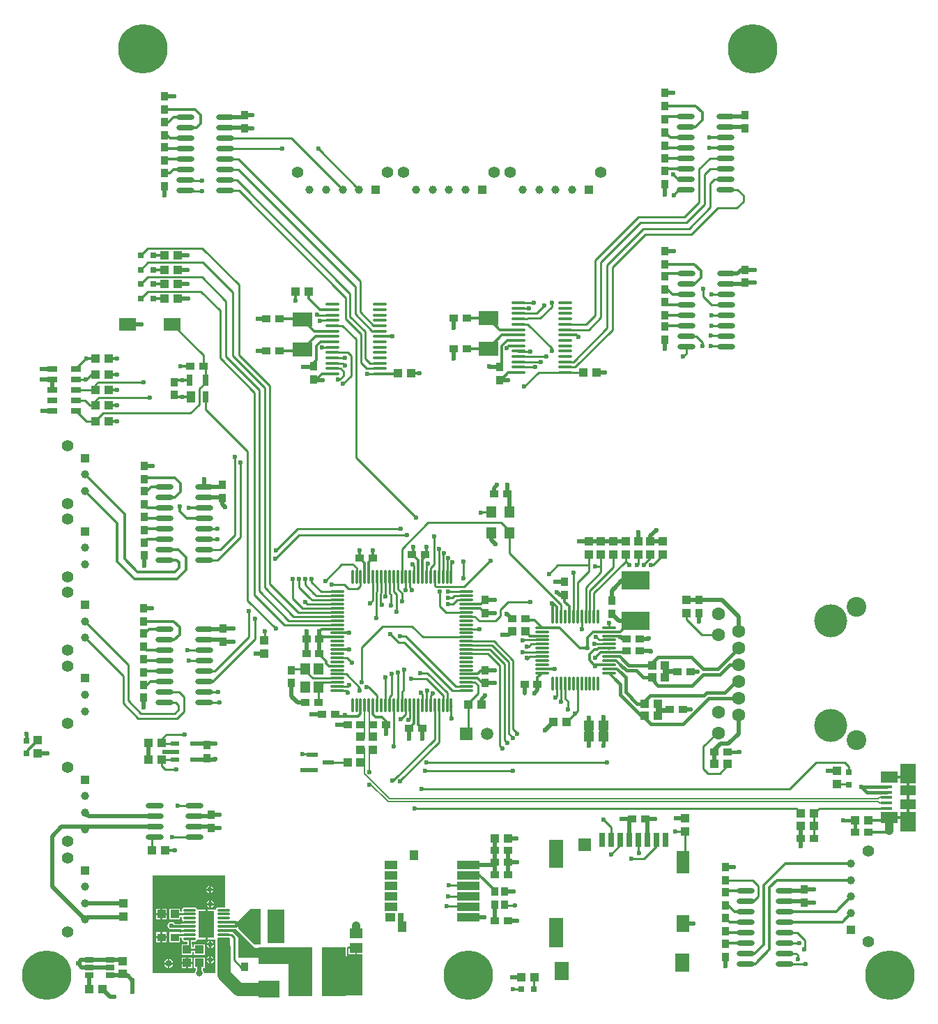
<source format=gtl>
%FSDAX25Y25*%
%MOIN*%
%SFA1B1*%

%IPPOS*%
%ADD10O,0.066930X0.013780*%
%ADD11O,0.086610X0.023620*%
%ADD12R,0.039370X0.039370*%
%ADD13R,0.039370X0.039370*%
%ADD14R,0.031500X0.031500*%
%ADD15R,0.039370X0.037400*%
%ADD16R,0.031500X0.031500*%
%ADD17R,0.043310X0.027560*%
%ADD18R,0.078740X0.062990*%
%ADD19R,0.037400X0.039370*%
%ADD20R,0.043310X0.023620*%
%ADD21R,0.137800X0.090550*%
%ADD22R,0.047240X0.055120*%
%ADD23R,0.055120X0.023620*%
%ADD24R,0.045280X0.055120*%
%ADD25R,0.094490X0.066930*%
%ADD26R,0.047240X0.047240*%
%ADD27R,0.066930X0.086610*%
%ADD28R,0.061020X0.082680*%
%ADD29R,0.061020X0.110240*%
%ADD30R,0.031500X0.070870*%
%ADD31R,0.062990X0.061020*%
%ADD32R,0.066930X0.133860*%
%ADD33R,0.066930X0.141730*%
%ADD34R,0.047240X0.027560*%
%ADD35O,0.011810X0.070870*%
%ADD36O,0.070870X0.011810*%
%ADD37R,0.074800X0.093500*%
%ADD38R,0.074800X0.046260*%
%ADD39R,0.082680X0.058070*%
%ADD40R,0.054330X0.017720*%
%ADD41R,0.041340X0.053150*%
%ADD42R,0.025590X0.053150*%
%ADD43R,0.078740X0.031500*%
%ADD44R,0.059060X0.049210*%
%ADD45R,0.098430X0.078740*%
%ADD46R,0.116140X0.232280*%
%ADD47R,0.074800X0.129920*%
%ADD48O,0.062990X0.011810*%
%ADD49R,0.110240X0.039370*%
%ADD50R,0.039370X0.051180*%
%ADD51R,0.051180X0.039370*%
%ADD52R,0.059060X0.039370*%
%ADD53R,0.035430X0.039370*%
%ADD54C,0.009840*%
%ADD55C,0.019690*%
%ADD56C,0.039370*%
%ADD57C,0.011810*%
%ADD58C,0.062990*%
%ADD59C,0.005910*%
%ADD60C,0.023620*%
%ADD61C,0.015750*%
%ADD62R,0.194880X0.188970*%
%ADD63R,0.078740X0.161420*%
%ADD64R,0.040350X0.031500*%
%ADD65R,0.108270X0.051180*%
%ADD66R,0.062990X0.051180*%
%ADD67R,0.185040X0.078740*%
%ADD68C,0.236220*%
%ADD69C,0.062990*%
%ADD70C,0.157480*%
%ADD71C,0.094490*%
%ADD72C,0.055120*%
%ADD73C,0.039370*%
%ADD74R,0.059060X0.059060*%
%ADD75C,0.059060*%
%ADD76C,0.023620*%
%ADD77C,0.031500*%
%LNmcb2-1*%
%LPD*%
G36*
X0284055Y0139075D02*
X0285236D01*
Y0133957*
X0281299*
Y0143012*
X0284055*
Y0139075*
G37*
G36*
X0198425Y0145594D02*
X0195177D01*
X0194716Y0145502*
X0194326Y0145241*
X0194065Y0144851*
X0194012Y0144585*
X0193996Y0144587*
X0190157*
Y0137499*
Y0130413*
X0193947*
Y0125787*
X0193964Y0125748*
Y0114370*
X0188389*
X0188260Y0115018*
X0187826Y0115668*
Y0116634*
X0188779*
Y0121752*
X0183661*
Y0116634*
X0184615*
Y0115668*
X0184181Y0115018*
X0184052Y0114370*
X0163779*
Y0160827*
X0198425*
Y0145594*
G37*
G36*
X0215453Y0128051D02*
X0212303D01*
X0204823Y0135433*
Y0139173*
X0210630Y0144980*
X0215453*
Y0128051*
G37*
G36*
X0261221Y0126324D02*
X0261713D01*
Y0123272*
X0264142*
X0264172Y0113838*
X0263819Y0113484*
X0263167*
X0262979Y0113766*
X0262262Y0114244*
X0261910Y0114315*
Y0112204*
X0260925*
Y0114315*
X0260573Y0114244*
X0259856Y0113766*
X0259668Y0113484*
X0256890*
Y0114469*
X0250491*
Y0115453*
X0256890*
Y0126225*
X0257158Y0126772*
X0257677*
Y0126815*
X0261221*
Y0126324*
G37*
G36*
X0212598Y0126575D02*
Y0121457D01*
X0204823*
Y0131201*
X0202067Y0133957*
X0195374*
Y0135138*
X0204035*
X0212598Y0126575*
G37*
%LNmcb2-2*%
%LPC*%
G36*
X0261910Y0121008D02*
Y0119390D01*
X0263527*
X0263457Y0119743*
X0262979Y0120459*
X0262262Y0120937*
X0261910Y0121008*
G37*
G36*
X0179823Y0121752D02*
X0177756D01*
Y0119685*
X0179823*
Y0121752*
G37*
G36*
X0172047Y0120952D02*
Y0119334D01*
X0173665*
X0173595Y0119687*
X0173116Y0120403*
X0172400Y0120882*
X0172047Y0120952*
G37*
G36*
X0260925Y0121008D02*
X0260573Y0120937D01*
X0259856Y0120459*
X0259378Y0119743*
X0259308Y0119390*
X0260925*
Y0121008*
G37*
G36*
X0182874Y0121752D02*
X0180807D01*
Y0119685*
X0182874*
Y0121752*
G37*
G36*
X0190847Y0155842D02*
X0190647Y0155803D01*
X0190061Y0155411*
X0189670Y0154825*
X0189630Y0154626*
X0190847*
Y0155842*
G37*
G36*
X0260728Y0125831D02*
X0257677D01*
Y0123272*
X0260728*
Y0125831*
G37*
G36*
X0190945Y0122378D02*
X0190746Y0122338D01*
X0190160Y0121947*
X0189768Y0121361*
X0189728Y0121161*
X0190945*
Y0122378*
G37*
G36*
X0191929D02*
Y0121161D01*
X0193146*
X0193106Y0121361*
X0192714Y0121947*
X0192128Y0122338*
X0191929Y0122378*
G37*
G36*
X0171063Y0120952D02*
X0170710Y0120882D01*
X0169994Y0120403*
X0169516Y0119687*
X0169445Y0119334*
X0171063*
Y0120952*
G37*
G36*
X0182874Y0118701D02*
X0180807D01*
Y0116634*
X0182874*
Y0118701*
G37*
G36*
X0171063Y0118350D02*
X0169445D01*
X0169516Y0117997*
X0169994Y0117281*
X0170710Y0116803*
X0171063Y0116732*
Y0118350*
G37*
G36*
X0191831Y0155842D02*
Y0154626D01*
X0193047*
X0193008Y0154825*
X0192616Y0155411*
X0192030Y0155803*
X0191831Y0155842*
G37*
G36*
X0179823Y0118701D02*
X0177756D01*
Y0116634*
X0179823*
Y0118701*
G37*
G36*
X0173665Y0118350D02*
X0172047D01*
Y0116732*
X0172400Y0116803*
X0173116Y0117281*
X0173595Y0117997*
X0173665Y0118350*
G37*
G36*
X0190945Y0120177D02*
X0189728D01*
X0189768Y0119978*
X0190160Y0119392*
X0190746Y0119000*
X0190945Y0118961*
Y0120177*
G37*
G36*
X0193146D02*
X0191929D01*
Y0118961*
X0192128Y0119000*
X0192714Y0119392*
X0193106Y0119978*
X0193146Y0120177*
G37*
G36*
X0260925Y0118405D02*
X0259308D01*
X0259378Y0118053*
X0259856Y0117336*
X0260573Y0116858*
X0260925Y0116788*
Y0118405*
G37*
G36*
X0263527D02*
X0261910D01*
Y0116788*
X0262262Y0116858*
X0262979Y0117336*
X0263457Y0118053*
X0263527Y0118405*
G37*
G36*
X0167618Y0145079D02*
X0165551D01*
Y0143012*
X0167618*
Y0145079*
G37*
G36*
X0170669D02*
X0168602D01*
Y0143012*
X0170669*
Y0145079*
G37*
G36*
X0167618Y0142028D02*
X0165551D01*
Y0139961*
X0167618*
Y0142028*
G37*
G36*
X0170669D02*
X0168602D01*
Y0139961*
X0170669*
Y0142028*
G37*
G36*
X0184154Y0145594D02*
X0179035D01*
X0178575Y0145502*
X0178184Y0145241*
X0177923Y0144851*
X0177831Y0144390*
X0177923Y0143929*
X0177409Y0143586*
X0176969Y0143822*
Y0145079*
X0171850*
Y0139961*
X0176969*
Y0141021*
X0177409Y0141257*
X0177923Y0140914*
X0177831Y0140453*
X0177923Y0139992*
X0178184Y0139601*
Y0139336*
X0177944Y0138976*
X0181596*
Y0137992*
X0177944*
X0177923Y0138023*
X0177906Y0138106*
X0177589Y0137720*
X0174424*
X0174112Y0138187*
X0173526Y0138578*
X0172835Y0138716*
X0172143Y0138578*
X0171557Y0138187*
X0171166Y0137601*
X0171028Y0136909*
X0171166Y0136218*
X0171557Y0135632*
X0172143Y0135241*
X0172835Y0135103*
X0173526Y0135241*
X0173632Y0135312*
X0177589*
X0177906Y0134925*
X0177923Y0135008*
X0177944Y0135039*
X0181596*
Y0134055*
X0177944*
X0177923Y0134086*
X0177319Y0133683*
X0176969*
Y0133760*
X0171850*
Y0128839*
X0176969*
Y0131178*
X0177409Y0131414*
X0177923Y0131071*
X0177831Y0130610*
X0177923Y0130149*
X0178184Y0129759*
X0178575Y0129498*
X0179035Y0129406*
X0180491*
Y0128051*
X0177756*
Y0122933*
X0182874*
Y0124388*
X0183661*
Y0122933*
X0188779*
Y0128051*
X0183661*
Y0126596*
X0182874*
Y0128051*
X0182699*
Y0129406*
X0184154*
X0184615Y0129498*
X0185005Y0129759*
X0185266Y0130149*
X0185319Y0130415*
X0185335Y0130413*
X0189173*
Y0137499*
Y0144587*
X0185335*
X0185319Y0144585*
X0185266Y0144851*
X0185005Y0145241*
X0184615Y0145502*
X0184154Y0145594*
G37*
G36*
X0193146Y0146653D02*
X0191929D01*
Y0145437*
X0192128Y0145477*
X0192714Y0145868*
X0193106Y0146454*
X0193146Y0146653*
G37*
G36*
X0190945Y0148854D02*
X0190746Y0148814D01*
X0190160Y0148423*
X0189768Y0147837*
X0189728Y0147638*
X0190945*
Y0148854*
G37*
G36*
X0191929D02*
Y0147638D01*
X0193146*
X0193106Y0147837*
X0192714Y0148423*
X0192128Y0148814*
X0191929Y0148854*
G37*
G36*
X0190945Y0146653D02*
X0189728D01*
X0189768Y0146454*
X0190160Y0145868*
X0190746Y0145477*
X0190945Y0145437*
Y0146653*
G37*
G36*
X0190847Y0153642D02*
X0189630D01*
X0189670Y0153443*
X0190061Y0152857*
X0190647Y0152465*
X0190847Y0152425*
Y0153642*
G37*
G36*
X0193047D02*
X0191831D01*
Y0152425*
X0192030Y0152465*
X0192616Y0152857*
X0193008Y0153443*
X0193047Y0153642*
G37*
G36*
X0190945Y0129661D02*
X0190746Y0129622D01*
X0190160Y0129230*
X0189768Y0128644*
X0189728Y0128445*
X0190945*
Y0129661*
G37*
G36*
Y0127461D02*
X0189728D01*
X0189768Y0127261*
X0190160Y0126675*
X0190746Y0126284*
X0190945Y0126244*
Y0127461*
G37*
G36*
X0193146D02*
X0191929D01*
Y0126244*
X0192128Y0126284*
X0192714Y0126675*
X0193106Y0127261*
X0193146Y0127461*
G37*
G36*
X0191929Y0129661D02*
Y0128445D01*
X0193146*
X0193106Y0128644*
X0192714Y0129230*
X0192128Y0129622*
X0191929Y0129661*
G37*
G36*
X0167618Y0133760D02*
X0165551D01*
Y0131791*
X0167618*
Y0133760*
G37*
G36*
X0170669D02*
X0168602D01*
Y0131791*
X0170669*
Y0133760*
G37*
G36*
X0167618Y0130807D02*
X0165551D01*
Y0128839*
X0167618*
Y0130807*
G37*
G36*
X0170669D02*
X0168602D01*
Y0128839*
X0170669*
Y0130807*
G37*
%LNmcb2-3*%
%LPD*%
G54D10*
X0338779Y0434547D03*
Y0431988D03*
Y0429429D03*
Y0426870D03*
Y0424311D03*
Y0421752D03*
Y0419193D03*
Y0416634D03*
Y0414075D03*
Y0411516D03*
Y0408957D03*
Y0406398D03*
Y0403839D03*
Y0401280D03*
X0361220Y0434547D03*
Y0431988D03*
Y0429429D03*
Y0426870D03*
Y0424311D03*
Y0421752D03*
Y0419193D03*
Y0416634D03*
Y0414075D03*
Y0411516D03*
Y0408957D03*
Y0406398D03*
Y0403839D03*
Y0401280D03*
X0250000Y0433858D03*
Y0431299D03*
Y0428740D03*
Y0426181D03*
Y0423622D03*
Y0421063D03*
Y0418504D03*
Y0415945D03*
Y0413386D03*
Y0410827D03*
Y0408268D03*
Y0405709D03*
Y0403150D03*
Y0400591D03*
X0272441Y0433858D03*
Y0431299D03*
Y0428740D03*
Y0426181D03*
Y0423622D03*
Y0421063D03*
Y0418504D03*
Y0415945D03*
Y0413386D03*
Y0410827D03*
Y0408268D03*
Y0405709D03*
Y0403150D03*
Y0400591D03*
G54D11*
X0183957Y0179114D03*
Y0184114D03*
Y0189114D03*
Y0194114D03*
X0164862Y0179114D03*
Y0184114D03*
Y0189114D03*
Y0194114D03*
X0169685Y0278622D03*
Y0273622D03*
Y0268622D03*
Y0263622D03*
Y0258622D03*
Y0253622D03*
Y0248622D03*
Y0243622D03*
X0188583Y0278622D03*
Y0273622D03*
Y0268622D03*
Y0263622D03*
Y0258622D03*
Y0253622D03*
Y0248622D03*
Y0243622D03*
X0418898Y0523701D03*
Y0518701D03*
Y0513701D03*
Y0508701D03*
Y0503701D03*
Y0498701D03*
Y0493701D03*
Y0488701D03*
X0437795Y0523701D03*
Y0518701D03*
Y0513701D03*
Y0508701D03*
Y0503701D03*
Y0498701D03*
Y0493701D03*
Y0488701D03*
X0169587Y0346634D03*
Y0341634D03*
Y0336634D03*
Y0331634D03*
Y0326634D03*
Y0321634D03*
Y0316634D03*
Y0311634D03*
X0188484Y0346634D03*
Y0341634D03*
Y0336634D03*
Y0331634D03*
Y0326634D03*
Y0321634D03*
Y0316634D03*
Y0311634D03*
X0179528Y0523110D03*
Y0518110D03*
Y0513110D03*
Y0508110D03*
Y0503110D03*
Y0498110D03*
Y0493110D03*
Y0488110D03*
X0198425Y0523110D03*
Y0518110D03*
Y0513110D03*
Y0508110D03*
Y0503110D03*
Y0498110D03*
Y0493110D03*
Y0488110D03*
X0419193Y0448602D03*
Y0443602D03*
Y0438602D03*
Y0433602D03*
Y0428602D03*
Y0423602D03*
Y0418602D03*
Y0413602D03*
X0438091Y0448602D03*
Y0443602D03*
Y0438602D03*
Y0433602D03*
Y0428602D03*
Y0423602D03*
Y0418602D03*
Y0413602D03*
X0447441Y0153622D03*
Y0148622D03*
Y0143622D03*
Y0138622D03*
Y0133622D03*
Y0128622D03*
Y0123622D03*
Y0118622D03*
X0466339Y0153622D03*
Y0148622D03*
Y0143622D03*
Y0138622D03*
Y0133622D03*
Y0128622D03*
Y0123622D03*
Y0118622D03*
G54D12*
X0355512Y0234252D03*
X0361811D03*
X0321260Y0242520D03*
X0314961D03*
X0340157Y0112205D03*
X0346457D03*
X0133465Y0106693D03*
X0139764D03*
X0162008Y0224114D03*
X0168307D03*
X0162008Y0216240D03*
X0168307D03*
X0405413Y0243000D03*
X0399114D03*
X0405413Y0237094D03*
X0399114D03*
X0409055Y0255512D03*
X0402756D03*
X0409055Y0261417D03*
X0402756D03*
X0232283Y0439764D03*
X0238583D03*
X0480315Y0190551D03*
X0474016D03*
X0257087Y0214961D03*
X0263386D03*
X0480315Y0184646D03*
X0474016D03*
X0506299Y0187402D03*
X0500000D03*
X0432677Y0214173D03*
X0438976D03*
X0335827Y0277559D03*
X0342126D03*
X0175984Y0443504D03*
X0169685D03*
X0175984Y0436614D03*
X0169685D03*
X0175984Y0457284D03*
X0169685D03*
X0175984Y0450394D03*
X0169685D03*
X0142913Y0377953D03*
X0136614D03*
X0142913Y0385433D03*
X0136614D03*
X0142913Y0392913D03*
X0136614D03*
X0142913Y0400394D03*
X0136614D03*
X0142913Y0407874D03*
X0136614D03*
X0376181Y0401280D03*
X0369882D03*
X0287402Y0400787D03*
X0281102D03*
X0163484Y0172835D03*
X0169783D03*
X0174409Y0142520D03*
X0168110D03*
X0327559Y0178740D03*
X0333858D03*
X0372441Y0488583D03*
X0321457D03*
X0270472D03*
G54D13*
X0217323Y0266929D03*
Y0273228D03*
X0491339Y0211024D03*
Y0204724D03*
X0418504Y0188189D03*
Y0181890D03*
X0149606Y0113779D03*
Y0120079D03*
X0269291Y0220866D03*
Y0227165D03*
X0263386Y0220866D03*
Y0227165D03*
X0419291Y0292520D03*
Y0286220D03*
X0390158Y0320472D03*
Y0314173D03*
X0384252Y0320472D03*
Y0314173D03*
X0378347Y0320472D03*
Y0314173D03*
X0372441Y0320472D03*
Y0314173D03*
X0396063D03*
Y0320472D03*
X0401969D03*
Y0314173D03*
X0407874Y0320472D03*
Y0314173D03*
X0109055Y0219291D03*
Y0225591D03*
X0150000Y0147638D03*
Y0141339D03*
X0180315Y0125492D03*
Y0119193D03*
X0186220D03*
Y0125492D03*
X0131496Y0360335D03*
Y0325295D03*
Y0290256D03*
Y0255118D03*
X0498032Y0135039D03*
X0131496Y0206693D03*
Y0163386D03*
G54D14*
X0496850Y0204331D03*
Y0210236D03*
X0103543Y0219291D03*
Y0225197D03*
G54D15*
X0393307Y0187795D03*
X0399606D03*
X0188091Y0404232D03*
X0181791D03*
X0390551Y0274016D03*
X0396850D03*
X0411319Y0240244D03*
X0417618D03*
X0414961Y0258268D03*
X0421260D03*
X0348031Y0252362D03*
X0341732D03*
X0342126Y0283465D03*
X0335827D03*
X0390551Y0268110D03*
X0396850D03*
X0327165Y0343307D03*
X0333465D03*
X0263386Y0233071D03*
X0257087D03*
X0269291D03*
X0275591D03*
X0480315Y0178740D03*
X0474016D03*
X0506299Y0181496D03*
X0500000D03*
X0438976Y0220079D03*
X0432677D03*
X0243307Y0243701D03*
X0237008D03*
X0243701Y0273917D03*
X0237402D03*
X0269291Y0312598D03*
X0262992D03*
X0251181Y0237795D03*
X0244882D03*
X0287795Y0314173D03*
X0294094D03*
X0292913Y0231102D03*
X0286614D03*
X0243701Y0266831D03*
X0237402D03*
X0314173Y0412598D03*
X0307874D03*
X0314173Y0427165D03*
X0307874D03*
X0224606Y0427067D03*
X0218307D03*
X0224606Y0411713D03*
X0218307D03*
X0174409Y0131299D03*
X0168110D03*
X0327559Y0161344D03*
X0333858D03*
X0327559Y0167248D03*
X0333858D03*
X0327559Y0172761D03*
X0333858D03*
X0327559Y0139370D03*
X0333858D03*
G54D16*
X0346063Y0106693D03*
X0340158D03*
X0164173Y0436614D03*
X0158268D03*
X0164173Y0443504D03*
X0158268D03*
X0164173Y0450394D03*
X0158268D03*
Y0457283D03*
X0164173D03*
G54D17*
X0133394Y0120592D03*
Y0116852D03*
Y0113111D03*
X0143630D03*
Y0116852D03*
Y0120592D03*
G54D18*
X0173228Y0424410D03*
X0151969D03*
G54D19*
X0174311Y0396752D03*
Y0390453D03*
X0189961Y0217027D03*
Y0223327D03*
X0361024Y0294882D03*
Y0301181D03*
X0383465Y0285827D03*
Y0292126D03*
X0425197Y0286221D03*
Y0292520D03*
X0230315Y0259055D03*
Y0252756D03*
X0322835Y0286220D03*
Y0292520D03*
Y0252756D03*
Y0259055D03*
X0329724Y0404035D03*
Y0397736D03*
X0240945Y0404134D03*
Y0397835D03*
X0437992Y0158661D03*
Y0164961D03*
Y0128346D03*
Y0122047D03*
Y0140551D03*
Y0134252D03*
X0475394Y0154331D03*
Y0148032D03*
X0437992Y0152756D03*
Y0146457D03*
X0191831Y0189764D03*
Y0183465D03*
X0197638Y0278839D03*
Y0272539D03*
X0159449Y0282382D03*
Y0288681D03*
Y0276476D03*
Y0270177D03*
Y0264272D03*
Y0257972D03*
Y0252067D03*
Y0245768D03*
X0159744Y0350394D03*
Y0356693D03*
X0197146Y0347638D03*
Y0341339D03*
X0159744Y0344488D03*
Y0338189D03*
Y0332283D03*
Y0325984D03*
Y0320079D03*
Y0313779D03*
X0409055Y0453051D03*
Y0459350D03*
Y0447146D03*
Y0440846D03*
Y0434941D03*
Y0428642D03*
Y0423130D03*
Y0416831D03*
X0207874Y0524114D03*
Y0517815D03*
X0169685Y0526870D03*
Y0533169D03*
Y0520965D03*
Y0514665D03*
Y0508760D03*
Y0502461D03*
Y0496457D03*
Y0490157D03*
X0447244Y0524114D03*
Y0517815D03*
X0409055Y0528642D03*
Y0534941D03*
Y0522343D03*
Y0516043D03*
Y0509744D03*
Y0503445D03*
Y0497539D03*
Y0491240D03*
X0447146Y0450394D03*
Y0444094D03*
X0207776Y0123622D03*
Y0117323D03*
G54D20*
X0183885Y0223825D03*
Y0216345D03*
X0174436D03*
Y0220085D03*
Y0223825D03*
G54D21*
X0394882Y0282480D03*
Y0301772D03*
G54D22*
X0325984Y0334646D03*
Y0324646D03*
X0334646D03*
Y0334646D03*
G54D23*
X0247835Y0214961D03*
X0240354Y0211220D03*
Y0218701D03*
G54D24*
X0243307Y0259449D03*
Y0250787D03*
X0237008D03*
Y0259449D03*
G54D25*
X0324409Y0427165D03*
Y0412598D03*
X0235630Y0426673D03*
Y0412106D03*
G54D26*
X0379527Y0232677D03*
Y0227165D03*
X0372441Y0232677D03*
Y0227165D03*
G54D27*
X0417126Y0119291D03*
X0359646Y0115354D03*
G54D28*
X0417421Y0137992D03*
G54D29*
X0417421Y0167126D03*
G54D30*
X0378976Y0177953D03*
X0383307D03*
X0387638D03*
X0391968D03*
X0396299D03*
X0400630D03*
X0404961D03*
X0409291D03*
G54D31*
X0370709Y0175689D03*
G54D32*
X0356890Y0171260D03*
G54D33*
X0356890Y0133661D03*
G54D34*
X0115748Y0402854D03*
Y0397859D03*
Y0392864D03*
Y0387869D03*
Y0382874D03*
X0127165Y0402854D03*
Y0397859D03*
Y0392864D03*
Y0387869D03*
Y0382874D03*
G54D35*
X0355315Y0252559D03*
X0357283D03*
X0359252D03*
X0361220D03*
X0363189D03*
X0365157D03*
X0367126D03*
X0369094D03*
X0371063D03*
X0373031D03*
X0375000D03*
X0376968D03*
Y0284449D03*
X0375000D03*
X0373031D03*
X0371063D03*
X0369094D03*
X0367126D03*
X0365157D03*
X0363189D03*
X0361220D03*
X0359252D03*
X0357283D03*
X0355315D03*
X0259449Y0242126D03*
X0261417D03*
X0263386D03*
X0265354D03*
X0267323D03*
X0269291D03*
X0271260D03*
X0273228D03*
X0275197D03*
X0277165D03*
X0279134D03*
X0281102D03*
X0283071D03*
X0285039D03*
X0287008D03*
X0288976D03*
X0290945D03*
X0292913D03*
X0294882D03*
X0296850D03*
X0298819D03*
X0300787D03*
X0302756D03*
X0304724D03*
X0306693D03*
Y0303543D03*
X0304724D03*
X0302756D03*
X0300787D03*
X0298819D03*
X0296850D03*
X0294882D03*
X0292913D03*
X0290945D03*
X0288976D03*
X0287008D03*
X0285039D03*
X0283071D03*
X0281102D03*
X0279134D03*
X0277165D03*
X0275197D03*
X0273228D03*
X0271260D03*
X0269291D03*
X0267323D03*
X0265354D03*
X0263386D03*
X0261417D03*
X0259449D03*
G54D36*
X0382087Y0257677D03*
Y0259646D03*
Y0261614D03*
Y0263583D03*
Y0265551D03*
Y0267520D03*
Y0269488D03*
Y0271457D03*
Y0273425D03*
Y0275394D03*
Y0277362D03*
Y0279331D03*
X0350197D03*
Y0277362D03*
Y0275394D03*
Y0273425D03*
Y0271457D03*
Y0269488D03*
Y0267520D03*
Y0265551D03*
Y0263583D03*
Y0261614D03*
Y0259646D03*
Y0257677D03*
X0252362Y0296457D03*
Y0294488D03*
Y0292520D03*
Y0290551D03*
Y0288583D03*
Y0286614D03*
Y0284646D03*
Y0282677D03*
Y0280709D03*
Y0278740D03*
Y0276772D03*
Y0274803D03*
Y0272835D03*
Y0270866D03*
Y0268898D03*
Y0266929D03*
Y0264961D03*
Y0262992D03*
Y0261024D03*
Y0259055D03*
Y0257087D03*
Y0255118D03*
Y0253150D03*
Y0251181D03*
Y0249213D03*
X0313779D03*
Y0251181D03*
Y0253150D03*
Y0255118D03*
Y0257087D03*
Y0259055D03*
Y0261024D03*
Y0262992D03*
Y0264961D03*
Y0266929D03*
Y0268898D03*
Y0270866D03*
Y0272835D03*
Y0274803D03*
Y0276772D03*
Y0278740D03*
Y0280709D03*
Y0282677D03*
Y0284646D03*
Y0286614D03*
Y0288583D03*
Y0290551D03*
Y0292520D03*
Y0294488D03*
Y0296457D03*
G54D37*
X0525197Y0186693D03*
Y0209646D03*
G54D38*
X0525197Y0194882D03*
Y0201496D03*
G54D39*
X0516142Y0188464D03*
Y0207874D03*
G54D40*
X0514724Y0193071D03*
Y0195630D03*
Y0198189D03*
Y0200748D03*
Y0203307D03*
G54D41*
X0182342Y0389567D03*
G54D42*
X0189114Y0389567D03*
Y0397638D03*
X0181555D03*
G54D43*
X0222736Y0136516D03*
X0211713D03*
G54D44*
X0261220Y0126323D03*
Y0133213D03*
G54D45*
X0219685Y0122638D03*
Y0106496D03*
G54D46*
X0250492Y0114961D03*
X0234547D03*
G54D47*
X0189665Y0137500D03*
G54D48*
X0181595Y0144390D03*
Y0142421D03*
Y0140453D03*
Y0138484D03*
Y0136516D03*
Y0134547D03*
Y0132579D03*
Y0130610D03*
X0197736Y0144390D03*
Y0142421D03*
Y0140453D03*
Y0138484D03*
Y0136516D03*
Y0134547D03*
Y0132579D03*
Y0130610D03*
G54D49*
X0314764Y0141063D03*
Y0146063D03*
Y0151063D03*
Y0156063D03*
Y0161063D03*
Y0166063D03*
G54D50*
X0288780Y0170709D03*
G54D51*
X0277559Y0141063D03*
G54D52*
X0277953Y0146063D03*
Y0151063D03*
Y0156063D03*
Y0161063D03*
Y0166063D03*
G54D53*
X0332283Y0146850D03*
Y0153248D03*
X0327461D03*
Y0146850D03*
G54D54*
X0261122Y0360531D02*
Y0364173D01*
Y0360531D02*
X0289764Y0331890D01*
X0298622Y0309547D02*
Y0322834D01*
X0239862Y0301083D02*
X0244488Y0296457D01*
X0233957Y0298637D02*
Y0302657D01*
Y0298637D02*
X0238934Y0293659D01*
X0236909Y0299860D02*
Y0302657D01*
Y0299860D02*
X0241022Y0295747D01*
X0239862Y0301083D02*
Y0302657D01*
X0217421Y0273327D02*
Y0277559D01*
X0237866Y0290551D02*
X0252362D01*
X0240073Y0292520D02*
X0252362D01*
X0242281Y0294488D02*
X0252362D01*
X0244488Y0296457D02*
X0252362D01*
X0236847Y0291571D02*
X0237866Y0290551D01*
X0238934Y0293659D02*
X0240073Y0292520D01*
X0241022Y0295747D02*
X0242281Y0294488D01*
X0357677Y0309252D02*
X0372441D01*
X0353543Y0304921D02*
Y0305020D01*
X0163484Y0172835D02*
Y0178917D01*
X0163681Y0179114*
X0174409Y0142520D02*
X0174508Y0142421D01*
X0181595*
X0367126Y0284449D02*
X0367224Y0284547D01*
X0359252Y0284449D02*
Y0290354D01*
X0334646Y0314961D02*
X0359252Y0290354D01*
X0334646Y0314961D02*
Y0324646D01*
X0434133Y0479921D02*
X0443307D01*
X0421535Y0467323D02*
X0434133Y0479921D01*
X0443307D02*
X0446457Y0483071D01*
Y0485827*
X0443583Y0488701D02*
X0446457Y0485827D01*
X0437795Y0488701D02*
X0443583D01*
X0181595Y0126772D02*
Y0130610D01*
X0180315Y0125492D02*
X0186220D01*
X0175689Y0132579D02*
X0181595D01*
X0202756Y0120669D02*
X0206342Y0117083D01*
X0202756Y0120669D02*
Y0131398D01*
X0201575Y0132579D02*
X0202756Y0131398D01*
X0197736Y0132579D02*
X0201575D01*
X0207776Y0117083D02*
Y0117323D01*
X0361220Y0403839D02*
X0366043D01*
X0383858Y0421654*
X0361220Y0406398D02*
X0365059D01*
X0381102Y0422441*
X0361220Y0421752D02*
X0372539D01*
X0378346Y0427559*
X0361220Y0424311D02*
X0371161D01*
X0375591Y0428740*
Y0454999*
X0396182Y0475591*
X0418110*
X0378346Y0427559D02*
Y0453858D01*
X0397323Y0472835*
X0419252*
X0381102Y0422441D02*
Y0452716D01*
X0398465Y0470079*
X0420393*
X0383858Y0421654D02*
Y0451575D01*
X0399606Y0467323*
X0421535*
X0418110Y0475591D02*
X0425197Y0482677D01*
Y0498425*
X0430472Y0503701*
X0437795*
X0430591Y0498701D02*
X0437795D01*
X0427953Y0496063D02*
X0430591Y0498701D01*
X0427953Y0481536D02*
Y0496063D01*
X0419252Y0472835D02*
X0427953Y0481536D01*
X0432677Y0493701D02*
X0437795D01*
X0430709Y0491732D02*
X0432677Y0493701D01*
X0430709Y0480394D02*
Y0491732D01*
X0420393Y0470079D02*
X0430709Y0480394D01*
X0334646Y0324646D02*
Y0325591D01*
X0330709Y0329528D02*
X0334646Y0325591D01*
X0295669Y0329528D02*
X0330709D01*
X0283071Y0316929D02*
X0295669Y0329528D01*
X0283071Y0303543D02*
Y0316929D01*
X0382087Y0279331D02*
Y0281693D01*
X0396063Y0309449D02*
Y0314173D01*
X0377414Y0273425D02*
X0382087D01*
X0376036Y0274803D02*
X0377414Y0273425D01*
X0376181Y0271457D02*
X0382087D01*
X0381988Y0269390D02*
X0382087Y0269488D01*
X0375000Y0284449D02*
Y0295866D01*
X0390158Y0311024*
Y0314173*
X0373031Y0284449D02*
Y0297047D01*
X0384252Y0308268*
Y0314173*
X0371063Y0284449D02*
Y0298622D01*
X0378347Y0305906*
X0309448Y0292520D02*
X0313779D01*
X0307480Y0290551D02*
X0309448Y0292520D01*
X0305118Y0290551D02*
X0307480D01*
X0305118Y0296457D02*
D01*
X0313779*
Y0278740D02*
X0320079D01*
X0473504Y0128622D02*
X0473622Y0128740D01*
X0475591Y0125591D02*
X0475886Y0125886D01*
Y0130020*
X0472284Y0133622D02*
X0475886Y0130020D01*
X0466339Y0133622D02*
X0472284D01*
X0466457Y0118504D02*
X0476378D01*
X0466339Y0118622D02*
X0466457Y0118504D01*
X0472440Y0120866D02*
D01*
Y0122835*
X0471654Y0123622D02*
X0472440Y0122835D01*
X0466339Y0123622D02*
X0471654D01*
X0437992Y0158661D02*
X0450787D01*
X0453543Y0155906*
Y0150787D02*
Y0155906D01*
X0451378Y0148622D02*
X0453543Y0150787D01*
X0447441Y0148622D02*
X0451378D01*
X0396299Y0171811D02*
X0396457Y0171654D01*
X0396299Y0171811D02*
Y0177953D01*
X0404961Y0175039D02*
Y0177953D01*
X0398819Y0168898D02*
X0404961Y0175039D01*
X0392913Y0168898D02*
X0398819D01*
X0387638Y0175433D02*
Y0177953D01*
X0383071Y0170866D02*
X0387638Y0175433D01*
X0243996Y0426181D02*
X0250000D01*
X0240551Y0255118D02*
X0252362D01*
X0237008Y0258661D02*
X0240551Y0255118D01*
X0245669Y0253150D02*
X0252362D01*
X0230709Y0259449D02*
X0237008D01*
X0243307Y0243701D02*
Y0250787D01*
X0247835Y0214961D02*
X0257087D01*
X0243307Y0250787D02*
X0245669Y0253150D01*
X0132111Y0397859D02*
X0134646Y0400394D01*
X0136614*
X0127165Y0392864D02*
X0136565D01*
X0127165Y0387869D02*
X0131422D01*
X0133858Y0385433*
X0136614*
X0127165Y0382874D02*
X0132087Y0377953D01*
X0136614*
X0275098Y0294193D02*
Y0303445D01*
X0275197Y0303543*
X0287992Y0297244D02*
Y0297493D01*
X0287008Y0298477D02*
X0287992Y0297493D01*
X0287008Y0298477D02*
Y0303543D01*
X0285039Y0297244D02*
Y0303543D01*
X0365157Y0284449D02*
Y0305610D01*
X0367126Y0284449D02*
Y0300984D01*
X0372441Y0306299*
Y0309252*
Y0314173*
X0344980Y0271457D02*
X0350197D01*
X0343799Y0270276D02*
X0344980Y0271457D01*
X0342815Y0270276D02*
X0343799D01*
X0305118Y0293504D02*
X0307382D01*
X0308366Y0294488*
X0313779*
X0277165Y0295768D02*
Y0303543D01*
Y0295768D02*
X0277854Y0295079D01*
Y0289862D02*
Y0295079D01*
X0277756Y0289764D02*
X0277854Y0289862D01*
X0281102Y0297835D02*
Y0303543D01*
Y0297835D02*
X0283268Y0295669D01*
Y0291831D02*
Y0295669D01*
X0279134Y0296752D02*
Y0303543D01*
Y0296752D02*
X0280512Y0295374D01*
Y0286909D02*
Y0295374D01*
X0340748Y0273130D02*
X0341043Y0273425D01*
X0350197*
X0350098Y0267421D02*
X0350197Y0267520D01*
X0341043Y0267421D02*
X0350098D01*
X0342845Y0264242D02*
Y0264396D01*
Y0264242D02*
X0342913Y0264173D01*
Y0264370*
X0344094Y0265551D02*
X0350197D01*
X0369094Y0278642D02*
Y0284449D01*
X0333957Y0291437D02*
X0344488D01*
X0330315Y0287795D02*
X0333957Y0291437D01*
X0330315Y0284941D02*
Y0287795D01*
X0327854Y0282480D02*
X0330315Y0284941D01*
X0320177Y0282480D02*
X0327854D01*
X0318012Y0284646D02*
X0320177Y0282480D01*
X0313779Y0284646D02*
X0318012D01*
X0306693Y0310039D02*
X0307283Y0310630D01*
X0304724Y0312247D02*
X0305196Y0312718D01*
X0302756Y0314454D02*
X0303108Y0314806D01*
X0300787Y0316661D02*
X0301020Y0316894D01*
X0304724Y0303543D02*
Y0312247D01*
X0302756Y0303543D02*
Y0314454D01*
X0300787Y0303543D02*
Y0316661D01*
X0306693Y0303543D02*
Y0310039D01*
X0357283Y0246654D02*
Y0252559D01*
X0356496Y0245866D02*
X0357283Y0246654D01*
X0359252Y0243898D02*
Y0252559D01*
X0267913Y0291043D02*
X0269291Y0292421D01*
Y0303543*
X0361220Y0245374D02*
Y0252559D01*
Y0245374D02*
X0362500Y0244094D01*
Y0240354D02*
Y0244094D01*
X0271260Y0296654D02*
Y0303543D01*
X0270965Y0296358D02*
X0271260Y0296654D01*
X0270965Y0284055D02*
Y0296358D01*
X0304330Y0286614D02*
X0313779D01*
X0301280Y0289665D02*
X0304330Y0286614D01*
X0301280Y0289665D02*
Y0296457D01*
X0312500Y0302854D02*
Y0310728D01*
X0312598Y0310827*
X0320866Y0334350D02*
X0321161Y0334646D01*
X0325984*
X0272835Y0290945D02*
X0273425Y0290354D01*
X0272835Y0290945D02*
Y0295571D01*
X0273228Y0295964*
Y0303543*
X0482835Y0193071D02*
X0514724D01*
X0480315Y0190551D02*
X0482835Y0193071D01*
X0480315Y0178740D02*
D01*
Y0184646*
Y0190551*
X0329921Y0222906D02*
Y0261220D01*
X0324212Y0266929D02*
X0329921Y0261220D01*
X0313779Y0266929D02*
X0324212D01*
X0326279Y0270866D02*
X0334350Y0262795D01*
X0313779Y0270866D02*
X0326279D01*
X0325295Y0268898D02*
X0332185Y0262008D01*
X0318110Y0268898D02*
X0325295D01*
X0327165Y0272835D02*
X0336319Y0263681D01*
X0313779Y0272835D02*
X0327165D01*
X0277165Y0242126D02*
Y0246272D01*
X0278149Y0247256*
Y0257087*
X0283071Y0248628D02*
X0284055Y0249612D01*
X0275197Y0242126D02*
Y0250000D01*
X0283071Y0242126D02*
Y0248628D01*
X0288976Y0303543D02*
Y0308957D01*
X0288287Y0309646D02*
X0288976Y0308957D01*
X0245079Y0413386D02*
X0250000D01*
X0244882Y0413189D02*
X0245079Y0413386D01*
X0235659Y0288583D02*
X0252362D01*
X0231004Y0293238D02*
X0235659Y0288583D01*
X0231004Y0293238D02*
Y0302657D01*
X0136614Y0387894D02*
X0138091Y0389370D01*
X0136614Y0385433D02*
Y0387894D01*
X0137795Y0396752D02*
X0159547D01*
X0136614Y0395571D02*
X0137795Y0396752D01*
X0136614Y0392913D02*
Y0395571D01*
X0188091Y0404232D02*
X0189114Y0403209D01*
X0188091Y0404232D02*
Y0409547D01*
X0173228Y0424410D02*
X0188091Y0409547D01*
X0137697Y0379134D02*
X0140354Y0381791D01*
X0181988*
X0186220Y0386024*
Y0393504*
X0189114Y0396398*
X0233451Y0286614D02*
X0252362D01*
X0219882Y0300184D02*
X0233451Y0286614D01*
X0219882Y0300184D02*
Y0394888D01*
X0205118Y0409652D02*
X0219882Y0394888D01*
X0233071Y0326575D02*
X0282579D01*
X0222736Y0316240D02*
X0233071Y0326575D01*
X0188642Y0326476D02*
X0194980D01*
X0234055Y0323622D02*
X0285532D01*
X0222638Y0312205D02*
X0234055Y0323622D01*
X0194961Y0321634D02*
X0194980Y0321654D01*
X0188484Y0321634D02*
X0194961D01*
X0252362Y0264961D02*
X0256890D01*
X0259350Y0262500*
X0209252Y0292323D02*
X0222736Y0278839D01*
X0209252Y0292323D02*
Y0363484D01*
X0189114Y0383622D02*
X0209252Y0363484D01*
X0189114Y0383622D02*
Y0389567D01*
X0263386Y0299409D02*
Y0303543D01*
X0261909Y0297933D02*
X0263386Y0299409D01*
X0257579Y0297933D02*
X0261909D01*
X0255709Y0299803D02*
X0257579Y0297933D01*
X0249606Y0299803D02*
X0255709D01*
X0261417Y0303543D02*
Y0307776D01*
X0259646Y0309547D02*
X0261417Y0307776D01*
X0254331Y0309547D02*
X0259646D01*
X0246457Y0301673D02*
X0254331Y0309547D01*
X0188583Y0258622D02*
X0193661D01*
X0210039Y0275000*
Y0287205*
X0188583Y0253622D02*
X0192500D01*
X0212795Y0273917*
Y0283563*
X0250000Y0408268D02*
X0255807D01*
X0252461Y0397835D02*
X0253346D01*
X0255217Y0399705*
Y0401673*
X0253740Y0403150D02*
X0255217Y0401673D01*
X0250000Y0403150D02*
X0253740D01*
X0254724Y0405709D02*
X0256004Y0404429D01*
X0250000Y0405709D02*
X0254724D01*
X0250000Y0410827D02*
X0257283D01*
X0258760Y0409350*
Y0399508D02*
Y0409350D01*
X0255020Y0395768D02*
X0258760Y0399508D01*
X0206004Y0322736D02*
Y0358169D01*
X0243898Y0426083D02*
X0243996Y0426181D01*
X0188484Y0311634D02*
X0194902D01*
X0206004Y0322736*
X0188484Y0316634D02*
X0196358D01*
X0203248Y0323524*
Y0360827*
X0242520Y0428937D02*
X0242717Y0428740D01*
X0250000*
X0294882Y0303543D02*
Y0309842D01*
X0295079Y0310039*
X0295472*
X0298819Y0299410D02*
Y0303543D01*
Y0299410D02*
X0299409Y0298819D01*
X0312992*
X0296850Y0303543D02*
Y0307775D01*
X0298622Y0309547*
X0261122Y0364173D02*
Y0417126D01*
X0254626Y0423622D02*
X0261122Y0417126D01*
X0250000Y0423622D02*
X0254626D01*
X0266437Y0400591D02*
X0272441D01*
X0181339Y0263622D02*
X0188583D01*
X0180610Y0268701D02*
X0188504D01*
X0169685Y0248622D02*
X0176575D01*
X0178863Y0246334*
X0266339Y0403150D02*
X0272441D01*
X0263583Y0405906D02*
X0266339Y0403150D01*
X0263583Y0405906D02*
Y0419685D01*
X0256201Y0427067D02*
X0263583Y0419685D01*
X0256201Y0427067D02*
Y0437008D01*
X0205098Y0488110D02*
X0256201Y0437008D01*
X0198425Y0488110D02*
X0205098D01*
X0267815Y0405709D02*
X0272441D01*
X0265551Y0407972D02*
X0267815Y0405709D01*
X0265551Y0407972D02*
Y0420866D01*
X0258366Y0428051D02*
X0265551Y0420866D01*
X0258366Y0428051D02*
Y0439075D01*
X0204331Y0493110D02*
X0258366Y0439075D01*
X0198425Y0493110D02*
X0204331D01*
X0268898Y0421063D02*
X0272441D01*
X0260728Y0429232D02*
X0268898Y0421063D01*
X0260728Y0429232D02*
Y0442126D01*
X0204744Y0498110D02*
X0260728Y0442126D01*
X0198425Y0498110D02*
X0204744D01*
X0269586Y0423622D02*
X0272441D01*
X0263091Y0430118D02*
X0269586Y0423622D01*
X0263091Y0430118D02*
Y0444882D01*
X0204862Y0503110D02*
X0263091Y0444882D01*
X0198425Y0503110D02*
X0204862D01*
X0230197Y0513110D02*
X0254724Y0488583D01*
X0198425Y0513110D02*
X0230197D01*
X0198425Y0508110D02*
X0225846D01*
X0243071D02*
X0262598Y0488583D01*
X0179626Y0493012D02*
X0187598D01*
X0179528Y0493110D02*
X0179626Y0493012D01*
X0179843Y0487795D02*
X0187500D01*
X0361220Y0401280D02*
X0369882D01*
X0338779Y0403839D02*
X0347047D01*
X0349606Y0406398D02*
D01*
X0338779Y0408957D02*
X0352165D01*
X0341634Y0394488D02*
X0348425Y0401280D01*
X0361220*
X0312992Y0298819D02*
X0325295Y0311122D01*
X0325492*
X0431281Y0438602D02*
X0438091D01*
X0431201Y0438522D02*
X0431281Y0438602D01*
X0431201Y0438484D02*
Y0438522D01*
X0431260Y0433602D02*
X0438091D01*
X0427165Y0437697D02*
X0431260Y0433602D01*
X0427165Y0437697D02*
Y0441142D01*
X0313779Y0268898D02*
X0318110D01*
X0466339Y0128622D02*
X0473504D01*
X0127165Y0397859D02*
X0132111D01*
X0338779Y0406398D02*
X0349606D01*
X0338878Y0411417D02*
X0344685D01*
X0342913Y0264370D02*
X0344094Y0265551D01*
X0353494Y0305069D02*
X0357677Y0309252D01*
X0353445Y0305020D02*
X0353543Y0304921D01*
X0353445Y0305020D02*
X0353494Y0305069D01*
X0206342Y0117083D02*
X0207776D01*
X0189114Y0396398D02*
Y0403209D01*
X0136614Y0379134D02*
X0137697D01*
X0338779Y0431988D02*
X0343799D01*
X0430807Y0413779D02*
X0437914D01*
X0438091Y0413602*
X0338779Y0434547D02*
X0346162D01*
X0430807Y0418799D02*
X0437894D01*
X0338779Y0429429D02*
X0347441D01*
X0431319Y0423602D02*
X0438091D01*
X0347441Y0429429D02*
X0351378Y0433366D01*
X0338779Y0426870D02*
X0343012D01*
X0343406Y0427264*
X0349311*
X0354724Y0432677*
Y0434547*
X0431142Y0428602D02*
X0438091D01*
X0338779Y0424311D02*
X0343209D01*
X0354724Y0412795*
Y0411614D02*
Y0412795D01*
X0419193Y0410236D02*
Y0413602D01*
X0417717Y0408760D02*
X0419193Y0410236D01*
Y0418602D02*
X0424016D01*
X0426968Y0413779D02*
Y0415650D01*
X0424016Y0418602D02*
X0426968Y0415650D01*
X0304429Y0146161D02*
X0314665D01*
X0305315Y0150886D02*
X0314587D01*
X0292913Y0242126D02*
Y0247638D01*
X0294882Y0242126D02*
Y0249013D01*
X0295192Y0249323*
X0296850Y0242126D02*
Y0246752D01*
X0298031Y0247933*
X0305413Y0156201D02*
X0314626D01*
X0282382Y0275197D02*
X0284843D01*
X0308858Y0251181*
X0313779*
X0307185Y0249213D02*
X0313779D01*
X0281496Y0272146D02*
X0284252D01*
X0277461Y0276181D02*
X0281496Y0272146D01*
X0284252D02*
X0307185Y0249213D01*
X0275197Y0250000D02*
Y0255610D01*
X0281102Y0242126D02*
Y0257775D01*
X0284055Y0249612D02*
Y0258858D01*
X0298819Y0226083D02*
Y0242126D01*
X0175984Y0194095D02*
X0183937D01*
X0173130Y0179232D02*
X0183838D01*
X0183957Y0179114*
X0300787Y0224710D02*
Y0242126D01*
X0282018Y0205927D02*
Y0205941D01*
X0282108Y0205927D02*
X0282185Y0206004D01*
X0282018Y0205927D02*
X0282108D01*
X0278642Y0206102D02*
X0278839D01*
X0298819Y0226083*
X0282018Y0205941D02*
X0300787Y0224710D01*
X0346063Y0106693D02*
Y0111811D01*
X0168307Y0216240D02*
X0174331D01*
X0188583Y0243622D02*
X0195886D01*
X0491339Y0204724D02*
X0496457D01*
X0496850Y0210236D02*
Y0212992D01*
X0494882Y0214961D02*
X0496850Y0212992D01*
X0481201Y0214961D02*
X0494882D01*
X0468602Y0202362D02*
X0481201Y0214961D01*
X0292421Y0202362D02*
X0468602D01*
X0471752Y0192815D02*
X0474016Y0190551D01*
X0289370Y0192815D02*
X0471752D01*
X0252362Y0249213D02*
X0256594D01*
X0257198Y0248609*
X0169980Y0211614D02*
X0175098D01*
X0168307Y0213287D02*
X0169980Y0211614D01*
X0168307Y0213287D02*
Y0216240D01*
X0168596Y0223825D02*
X0174436D01*
X0168596D02*
Y0226470D01*
X0170472Y0228346*
X0179232*
X0188583Y0248622D02*
X0195374D01*
X0302756Y0242126D02*
Y0247047D01*
X0287697Y0254823D02*
X0294980D01*
X0302756Y0247047*
X0292028Y0257677D02*
X0295276D01*
X0304724Y0248229*
Y0242126D02*
Y0248229D01*
X0313779Y0253150D02*
X0318012D01*
X0319390Y0251772*
Y0247835D02*
Y0251772D01*
X0314961Y0243406D02*
X0319390Y0247835D01*
X0313780Y0228740D02*
X0314961Y0229921D01*
Y0243406*
X0271260Y0242126D02*
Y0246949D01*
X0336319Y0230917D02*
Y0263681D01*
X0338386Y0228740D02*
Y0228850D01*
X0379626Y0187500D02*
X0383307Y0183819D01*
X0336319Y0230917D02*
X0338386Y0228850D01*
X0383307Y0177953D02*
Y0183819D01*
X0334350Y0228642D02*
Y0262795D01*
Y0228642D02*
X0336221Y0226772D01*
X0332185Y0225689D02*
Y0262008D01*
Y0225689D02*
X0333226Y0224648D01*
X0329921Y0222906D02*
X0331138Y0221689D01*
X0332283Y0146850D02*
X0332677Y0146457D01*
X0337205*
X0279134Y0222441D02*
D01*
Y0242126D01*
X0418504Y0168209D02*
Y0181890D01*
X0417421Y0167126D02*
X0418504Y0168209D01*
X0235433Y0218799D02*
X0240256D01*
X0240354Y0218701*
X0293208Y0274803D02*
X0313779D01*
X0287992Y0280020D02*
X0293208Y0274803D01*
X0274016Y0280020D02*
X0287992D01*
X0263976Y0269980D02*
X0274016Y0280020D01*
X0263976Y0253248D02*
Y0269980D01*
X0257198Y0248240D02*
Y0248609D01*
X0262894Y0249311D02*
Y0250689D01*
X0252362Y0257087D02*
X0256496D01*
X0262894Y0250689*
X0252362Y0251181D02*
X0257185D01*
X0257972Y0251969*
X0131496Y0274508D02*
X0149803Y0256201D01*
Y0243110D02*
Y0256201D01*
Y0243110D02*
X0156890Y0236024D01*
X0175591*
X0178863Y0239296*
Y0246334*
X0174409Y0238386D02*
X0176280Y0240256D01*
Y0242126*
X0174784Y0243622D02*
X0176280Y0242126D01*
X0169685Y0243622D02*
X0174784D01*
X0131496Y0282382D02*
X0152165Y0261712D01*
X0158366Y0238386D02*
X0174409D01*
X0152165Y0244587D02*
Y0261712D01*
Y0244587D02*
X0158366Y0238386D01*
X0287008Y0235827D02*
Y0242126D01*
X0286319Y0235138D02*
X0287008Y0235827D01*
X0294980Y0214764D02*
X0381169D01*
X0414043Y0181890D02*
X0418504D01*
X0285039Y0237795D02*
Y0242126D01*
X0282677Y0235433D02*
X0285039Y0237795D01*
X0282480Y0235433D02*
X0282677D01*
X0336319Y0210827D02*
Y0210925D01*
Y0106496D02*
X0336516Y0106693D01*
X0340158*
X0294291Y0210925D02*
X0336319D01*
X0433740Y0229016D02*
X0434449D01*
X0427362Y0222638D02*
X0433740Y0229016D01*
X0427362Y0211811D02*
Y0222638D01*
Y0211811D02*
X0429429Y0209744D01*
X0435138*
X0438976Y0213583*
Y0214173*
X0426516Y0275945D02*
X0434449D01*
X0419291Y0283169D02*
X0426516Y0275945D01*
X0419291Y0283169D02*
Y0286220D01*
X0401969Y0312496D02*
Y0314173D01*
X0399035Y0309562D02*
X0401969Y0312496D01*
X0402086Y0309267D02*
X0403362D01*
X0407874Y0313779*
Y0314173*
X0391929Y0309252D02*
X0392028D01*
X0390158Y0311024D02*
X0391929Y0309252D01*
X0375492Y0308465D02*
X0378248D01*
X0378347Y0305906D02*
Y0314173D01*
X0367126Y0239567D02*
Y0252559D01*
X0361811Y0234252D02*
X0365960Y0238401D01*
X0367126Y0239567*
X0306693Y0242126D02*
X0306791Y0242028D01*
X0306693Y0235925D02*
Y0242126D01*
X0266142Y0251083D02*
X0267126D01*
X0271260Y0246949*
X0158268Y0457283D02*
X0161713Y0460728D01*
X0187598*
X0205118Y0443209*
Y0434744D02*
Y0443209D01*
Y0409652D02*
Y0434744D01*
X0158268Y0450394D02*
X0161713Y0453839D01*
X0187795*
X0202067Y0439567*
Y0409223D02*
Y0439567D01*
Y0409223D02*
X0217407Y0393883D01*
X0217421Y0393869*
Y0298469D02*
Y0393869D01*
Y0298469D02*
X0231244Y0284646D01*
X0252362*
X0158268Y0443504D02*
X0161713Y0446949D01*
X0187402*
X0199016Y0435335*
Y0408795D02*
Y0435335D01*
Y0408795D02*
X0214961Y0392850D01*
Y0296754D02*
Y0392850D01*
Y0296754D02*
X0229037Y0282677D01*
X0252362*
X0158268Y0436614D02*
X0161713Y0440059D01*
X0186909*
X0196161Y0430807*
Y0408169D02*
Y0430807D01*
Y0408169D02*
X0212598Y0391732D01*
Y0294940D02*
Y0391732D01*
Y0294940D02*
X0226830Y0280709D01*
X0252362*
X0162599Y0389370D02*
X0162697Y0389272D01*
X0138091Y0389370D02*
X0159929D01*
X0162599*
G54D55*
X0149606Y0140945D02*
X0150000Y0141339D01*
X0132677Y0140945D02*
X0149606D01*
X0150000Y0147638D02*
D01*
X0131496D02*
X0150000D01*
X0159744Y0309055D02*
Y0313779D01*
X0243701Y0273917D02*
Y0277461D01*
X0191831Y0189764D02*
X0195866D01*
X0191181Y0184114D02*
X0191634Y0183661D01*
X0183957Y0184114D02*
X0191181D01*
X0191831Y0189764D02*
X0192126Y0190059D01*
X0183957Y0189114D02*
X0191181D01*
X0191831Y0189764*
X0133327Y0189114D02*
X0164862D01*
X0286614Y0226378D02*
Y0231102D01*
X0292913Y0226378D02*
Y0231102D01*
X0475394Y0148032D02*
X0480315D01*
X0475394Y0154331D02*
X0480315D01*
X0466339Y0148622D02*
X0474803D01*
X0466339Y0153622D02*
X0474685D01*
X0186220Y0114173D02*
Y0119193D01*
X0129647Y0120592D02*
X0133394D01*
X0128740Y0119685D02*
X0129647Y0120592D01*
X0128740Y0118110D02*
X0129999Y0116852D01*
X0133394*
Y0120592D02*
X0143630D01*
X0133394Y0116852D02*
X0143630D01*
X0149093Y0120592D02*
X0149606Y0120079D01*
X0143630Y0120592D02*
X0149093D01*
X0133394Y0106763D02*
Y0113111D01*
X0139764Y0106693D02*
X0143701Y0102756D01*
X0145669*
X0154331Y0109055D02*
Y0110630D01*
X0115748Y0155512D02*
X0131496Y0139764D01*
X0115748Y0155512D02*
Y0179528D01*
X0120335Y0184114*
X0131496Y0139764D02*
X0132677Y0140945D01*
X0131496Y0190945D02*
X0133327Y0189114D01*
X0409055Y0486221D02*
Y0491240D01*
X0383465Y0285827D02*
X0386811Y0282480D01*
X0322835Y0259055D02*
X0327559D01*
X0322835Y0252756D02*
X0327559D01*
X0322835Y0286220D02*
X0327559D01*
X0322835Y0292520D02*
X0327559D01*
X0334252Y0275984D02*
X0335827Y0277559D01*
X0331102Y0275984D02*
X0334252D01*
X0388386Y0301772D02*
X0394882D01*
X0384646Y0298032D02*
X0388386Y0301772D01*
X0383465Y0292126D02*
Y0296850D01*
X0384646Y0298032*
X0391968Y0177953D02*
Y0186457D01*
X0393307Y0187795*
X0400630Y0177953D02*
Y0186772D01*
X0399606Y0187795D02*
X0400630Y0186772D01*
X0388189Y0187795D02*
X0393307D01*
X0399606D02*
X0404331D01*
X0230315Y0246555D02*
Y0252756D01*
X0233169Y0243701D02*
X0237008D01*
X0333366Y0285925D02*
X0335827Y0283465D01*
X0243701Y0266831D02*
Y0270374D01*
Y0273917*
X0214370Y0411713D02*
X0218307D01*
X0214370Y0427067D02*
X0218307D01*
X0240945Y0397835D02*
X0241240Y0397539D01*
X0159449Y0288681D02*
X0163681D01*
X0159449Y0241339D02*
Y0245768D01*
X0159744Y0356693D02*
X0163779D01*
X0188484Y0341634D02*
X0196851D01*
X0188484Y0346634D02*
X0196142D01*
X0197146Y0347638*
Y0338090D02*
Y0341339D01*
Y0338090D02*
X0198425Y0336811D01*
X0188484Y0346634D02*
Y0350197D01*
D01*
X0307776Y0422736D02*
X0307874Y0422638D01*
X0307776Y0412500D02*
X0307874Y0412598D01*
X0307776Y0408071D02*
Y0412500D01*
X0188583Y0278622D02*
X0197421D01*
X0197638Y0278839*
X0188583Y0273622D02*
X0196555D01*
X0197638Y0278839D02*
X0202559D01*
X0197638Y0272539D02*
X0202559D01*
X0174114Y0533169D02*
D01*
X0198425Y0523110D02*
X0206870D01*
X0207874Y0524114*
X0198425Y0518110D02*
X0207579D01*
X0207874Y0524114D02*
X0211713D01*
X0207874Y0517815D02*
X0211713D01*
X0169685Y0486024D02*
Y0490157D01*
X0376181Y0401280D02*
X0380118D01*
X0330413Y0397736D02*
X0333858D01*
X0438091Y0448602D02*
X0443681D01*
X0445473Y0450394*
X0447146*
X0438091Y0443602D02*
X0446654D01*
X0409055Y0459350D02*
X0413287D01*
X0409055Y0412500D02*
Y0416831D01*
X0132539Y0184114D02*
X0164862D01*
X0120335D02*
X0132539D01*
X0128740Y0118110D02*
Y0119685D01*
X0143630Y0113111D02*
X0151849D01*
X0154331Y0110630*
Y0105118D02*
Y0109055D01*
X0386811Y0282480D02*
X0394882D01*
X0437795Y0518701D02*
X0446358D01*
X0307874Y0422638D02*
Y0427165D01*
X0474016Y0174803D02*
Y0184646D01*
X0341732Y0248032D02*
Y0252362D01*
X0243996Y0397539D02*
X0245276D01*
X0237402Y0266831D02*
Y0277461D01*
X0230315Y0246555D02*
X0233169Y0243701D01*
X0191634Y0183661D02*
X0195866D01*
X0341732Y0248032D02*
Y0248425D01*
X0241240Y0397539D02*
X0243996D01*
X0169685Y0533169D02*
X0174114D01*
X0437795Y0523701D02*
X0446831D01*
X0191181Y0189114D02*
X0191831Y0189764D01*
X0239764Y0237795D02*
X0244882D01*
X0252362Y0233071D02*
X0257087D01*
X0275591Y0228543D02*
Y0233071D01*
X0235532Y0211220D02*
X0240354D01*
X0235531Y0211221D02*
X0235532Y0211220D01*
X0314764Y0166063D02*
X0326374D01*
X0327559Y0167248*
Y0178740D02*
D01*
Y0161344D02*
Y0172761D01*
Y0178740*
X0333858Y0161344D02*
Y0172761D01*
Y0167248D02*
X0338114D01*
X0333858Y0178740D02*
X0337795D01*
X0332283Y0153248D02*
X0336516D01*
X0327461Y0139468D02*
Y0146850D01*
Y0139468D02*
X0327559Y0139370D01*
X0333858D02*
X0338189D01*
X0314764Y0141063D02*
X0322520D01*
X0335827Y0112205D02*
X0340157D01*
X0335827D02*
D01*
X0162008Y0216240D02*
Y0224114D01*
X0193904Y0216345D02*
X0193996Y0216437D01*
X0183885Y0216345D02*
X0193904D01*
X0183885Y0223825D02*
X0189462D01*
X0189469Y0223819*
X0193996*
X0169396Y0220085D02*
X0174436D01*
X0486811Y0211024D02*
X0491339D01*
X0414075Y0188189D02*
X0418504D01*
X0405413Y0237094D02*
Y0240059D01*
Y0243000*
X0409055Y0255512D02*
Y0258477D01*
Y0261417*
X0421260Y0258268D02*
X0424606D01*
X0417618Y0240244D02*
X0421063D01*
X0432677Y0214173D02*
Y0220079D01*
Y0221063*
X0435630Y0224016*
X0439370*
X0444094Y0228740*
Y0237500*
X0419291Y0292520D02*
X0436319D01*
X0444094Y0284744*
Y0277461D02*
Y0284744D01*
X0425197Y0282087D02*
Y0286221D01*
X0367815Y0320472D02*
X0390158D01*
X0367815D02*
D01*
X0396063D02*
Y0324902D01*
D01*
X0401969Y0320472D02*
X0407874D01*
X0401969Y0323228D02*
X0404724Y0325984D01*
X0401969Y0320472D02*
Y0323228D01*
X0351575Y0230315D02*
X0355512Y0234252D01*
X0351575Y0230315D02*
D01*
X0379527Y0236410D02*
X0379546Y0236429D01*
X0379527Y0232677D02*
Y0236410D01*
X0372441Y0232283D02*
Y0236417D01*
Y0222933D02*
Y0227165D01*
X0109055Y0219291D02*
X0113484D01*
X0217225Y0266831D02*
X0217323Y0266929D01*
X0213189Y0266831D02*
X0217225D01*
X0321260Y0242520D02*
Y0245079D01*
X0323031Y0246850*
X0348031Y0249606D02*
Y0252362D01*
X0346457Y0248031D02*
X0348031Y0249606D01*
X0325984Y0321260D02*
Y0324646D01*
Y0321260D02*
X0328051Y0319193D01*
X0327165Y0343307D02*
Y0345965D01*
X0328642Y0347441*
X0334646Y0334646D02*
Y0342126D01*
X0333465Y0343307D02*
Y0347539D01*
Y0343307D02*
X0334646Y0342126D01*
X0358760Y0294882D02*
X0361024D01*
X0357382Y0296260D02*
X0358760Y0294882D01*
X0356496Y0301181D02*
X0361024D01*
X0356496D02*
D01*
X0396850Y0274016D02*
X0401280D01*
X0401378Y0274114*
X0396850Y0268110D02*
X0402165D01*
X0402264Y0268012*
X0437992Y0164961D02*
X0442028D01*
X0437992Y0117618D02*
Y0122047D01*
X0417421Y0137992D02*
X0422539D01*
X0111122Y0382874D02*
X0115748D01*
X0111122D02*
D01*
X0115748Y0392864D02*
Y0397859D01*
X0115576Y0398031D02*
X0115748Y0397859D01*
X0111024Y0398031D02*
X0115576D01*
X0111024Y0402854D02*
X0115748D01*
X0111024D02*
D01*
X0151969Y0424410D02*
X0158563D01*
X0158661Y0424311*
X0175984Y0436614D02*
X0180807D01*
X0175984Y0443504D02*
X0180709D01*
X0175984Y0450394D02*
X0180610D01*
X0180709Y0450295*
X0175984Y0457284D02*
X0180512D01*
X0240846Y0404035D02*
X0240945Y0404134D01*
X0235925Y0404035D02*
X0240846D01*
X0325000D02*
X0329724D01*
X0324902Y0404134D02*
X0325000Y0404035D01*
X0409055Y0534941D02*
X0412992D01*
X0447146Y0450394D02*
X0451772D01*
X0447146Y0444094D02*
X0451772D01*
Y0444095*
G54D56*
X0379527Y0227165D02*
Y0232677D01*
X0516142Y0182284D02*
Y0188464D01*
X0261220Y0133213D02*
Y0136811D01*
X0372441Y0227165D02*
Y0232677D01*
G54D57*
X0150492Y0312106D02*
X0156693Y0305906D01*
X0150492Y0312106D02*
Y0333464D01*
X0131496Y0352461D02*
X0150492Y0333464D01*
X0160236Y0350886D02*
X0174508D01*
X0177165Y0348228*
Y0344291D02*
Y0348228D01*
X0174508Y0341634D02*
X0177165Y0344291D01*
X0169587Y0341634D02*
X0174508D01*
X0161122Y0344488D02*
X0163268Y0346634D01*
X0169587*
X0161299Y0336634D02*
X0169587D01*
X0160394Y0331634D02*
X0169587D01*
X0160394Y0326634D02*
X0169587D01*
X0159744Y0320079D02*
X0161299Y0321634D01*
X0169587*
X0180374Y0331634D02*
X0188484D01*
X0176969Y0335039D02*
X0180374Y0331634D01*
X0176969Y0335039D02*
Y0337106D01*
X0181220Y0336634D02*
X0188484D01*
X0243701Y0277461D02*
X0244980Y0278740D01*
X0252362*
X0244587Y0274803D02*
X0252362D01*
X0244587D02*
X0244882Y0275099D01*
X0243701Y0273917D02*
X0244587Y0274803D01*
X0243701Y0266536D02*
Y0266831D01*
Y0266536D02*
X0247047Y0263189D01*
Y0262106D02*
Y0263189D01*
Y0262106D02*
X0248130Y0261024D01*
X0252362*
X0169783Y0172835D02*
X0174409D01*
X0377159Y0269488D02*
X0382087D01*
X0363189Y0284449D02*
Y0289567D01*
X0361024Y0291732D02*
X0363189Y0289567D01*
X0361024Y0291732D02*
Y0294882D01*
X0286614Y0231102D02*
X0288976Y0233464D01*
Y0242126*
X0290945Y0233071D02*
X0292913Y0231102D01*
X0290945Y0233071D02*
Y0242126D01*
X0447441Y0118622D02*
X0450787D01*
X0443268Y0138622D02*
X0447441D01*
X0506299Y0181496D02*
X0515354D01*
X0506299Y0187402D02*
X0515079D01*
X0197736Y0136516D02*
X0204035D01*
X0197736Y0138484D02*
X0203642D01*
X0409055Y0497539D02*
X0410217Y0498701D01*
X0418898*
X0409311Y0503701D02*
X0418898D01*
X0410099Y0508701D02*
X0418898D01*
X0409055Y0522343D02*
X0410413Y0523701D01*
X0418898*
X0409055Y0528642D02*
X0423720D01*
X0426772Y0525591*
Y0522047D02*
Y0525591D01*
X0423425Y0518701D02*
X0426772Y0522047D01*
X0418898Y0518701D02*
X0423425D01*
X0340945Y0488189D02*
Y0488583D01*
X0164173Y0457284D02*
X0169685D01*
X0164173Y0450394D02*
X0169685D01*
X0164173Y0443504D02*
X0169685D01*
X0164173Y0436614D02*
X0169685D01*
X0346457Y0283071D02*
X0350197Y0279331D01*
X0382087Y0267520D02*
X0389961D01*
X0382087Y0277362D02*
X0387599D01*
X0382087Y0275394D02*
X0386811D01*
X0388189Y0274016D02*
X0390551D01*
X0344291Y0275394D02*
X0350197D01*
X0343898Y0275787D02*
X0344291Y0275394D01*
X0342126Y0277559D02*
X0343898Y0275787D01*
X0350197Y0259646D02*
X0356102D01*
X0313779Y0255118D02*
X0319291D01*
X0321654Y0252756*
X0322835*
X0313779Y0257087D02*
X0319291D01*
X0321260Y0259055*
X0322835*
X0313779Y0288583D02*
X0320472D01*
X0322835Y0286220*
X0313779Y0290551D02*
X0320866D01*
X0322835Y0292520*
X0358465Y0279331D02*
X0368110Y0269685D01*
X0350197Y0279331D02*
X0358465D01*
X0378150Y0267520D02*
X0382087D01*
X0375591Y0264961D02*
X0378150Y0267520D01*
X0374705Y0277362D02*
X0382087D01*
X0375000Y0261614D02*
X0375591Y0261024D01*
X0396850Y0274016D02*
X0398425D01*
X0357283Y0284449D02*
Y0289173D01*
X0355512Y0290944D02*
X0357283Y0289173D01*
X0354724Y0290944D02*
X0355512D01*
X0355315Y0284449D02*
Y0290353D01*
X0354724Y0290944D02*
X0355315Y0290353D01*
X0348031Y0255512D02*
X0350197Y0257677D01*
X0348031Y0252362D02*
Y0255512D01*
X0466339Y0143622D02*
X0490866D01*
X0498032Y0150787*
X0466339Y0138622D02*
X0493740D01*
X0498032Y0142913*
X0447441Y0123622D02*
X0451968D01*
X0456299Y0127953*
Y0156299*
X0466535Y0166535*
X0498032*
X0447441Y0118622D02*
X0452087D01*
X0459055Y0125591*
Y0155118*
X0462598Y0158661*
X0498032*
X0438858Y0153622D02*
X0447441D01*
X0437992Y0152756D02*
X0438858Y0153622D01*
X0442205Y0143622D02*
X0447441D01*
X0439370Y0146457D02*
X0442205Y0143622D01*
X0437992Y0146457D02*
X0439370D01*
X0439921Y0138622D02*
X0447441D01*
X0437992Y0140551D02*
X0439921Y0138622D01*
X0438622Y0133622D02*
X0447441D01*
X0438268Y0128622D02*
X0447441D01*
X0263386Y0238189D02*
Y0242126D01*
X0262205Y0237008D02*
X0263386Y0238189D01*
X0251968Y0237008D02*
X0262205D01*
X0290945Y0303543D02*
Y0311614D01*
X0288583Y0313977D02*
X0290945Y0311614D01*
X0267323Y0303543D02*
Y0310630D01*
X0269291Y0312598*
X0265354Y0303543D02*
Y0310236D01*
X0262992Y0312598D02*
X0265354Y0310236D01*
X0262992Y0312598D02*
Y0316339D01*
X0269291Y0312598D02*
Y0316339D01*
X0127165Y0402854D02*
X0132185Y0407874D01*
X0136614*
X0142913D02*
X0146850D01*
X0142913Y0400394D02*
X0146850D01*
X0142913Y0392913D02*
X0146850D01*
X0142913Y0385433D02*
X0146850D01*
X0142913Y0377953D02*
X0146850D01*
X0252362Y0276772D02*
X0257776D01*
X0252362Y0268898D02*
X0257775D01*
X0248819Y0261024D02*
X0252362D01*
X0372835Y0263780D02*
X0375000Y0261614D01*
X0372835Y0263780D02*
Y0266437D01*
X0375295Y0268898*
X0376569*
X0377159Y0269488*
X0415059Y0493701D02*
X0418898D01*
X0412992Y0495768D02*
X0415059Y0493701D01*
X0415866Y0488701D02*
X0418898D01*
X0413091Y0485925D02*
X0415866Y0488701D01*
X0430236Y0513701D02*
X0437795D01*
X0430177Y0508701D02*
X0437795D01*
X0224606Y0427067D02*
X0235236D01*
X0241240Y0421063D02*
X0250000D01*
X0235630Y0426673D02*
X0241240Y0421063D01*
X0235236Y0427067D02*
X0235630Y0426673D01*
X0242028Y0418504D02*
X0250000D01*
X0235630Y0412106D02*
X0242028Y0418504D01*
X0224606Y0411713D02*
X0235236D01*
X0242323Y0414075D02*
X0244193Y0415945D01*
X0250000*
X0244980Y0400591D02*
X0250000D01*
X0272441D02*
X0280906D01*
X0287402Y0400787D02*
X0291437D01*
X0243898Y0431299D02*
X0250000D01*
X0238583Y0436614D02*
X0243898Y0431299D01*
X0238583Y0436614D02*
Y0439764D01*
X0232283Y0435532D02*
Y0439764D01*
X0411398Y0513701D02*
X0418898D01*
X0409055Y0516043D02*
X0411398Y0513701D01*
X0177067Y0404232D02*
X0181791D01*
X0162776Y0253622D02*
X0169685D01*
X0161220Y0252067D02*
X0162776Y0253622D01*
X0159449Y0252067D02*
X0161220D01*
X0160099Y0258622D02*
X0169685D01*
X0160099Y0263622D02*
X0169685D01*
X0161004Y0268622D02*
X0169685D01*
X0159449Y0270177D02*
X0161004Y0268622D01*
X0162382Y0278622D02*
X0169685D01*
X0160236Y0276476D02*
X0162382Y0278622D01*
X0159449Y0276476D02*
X0160236D01*
X0169685Y0273622D02*
X0174311D01*
X0176772Y0276083*
Y0279528*
X0173917Y0282382D02*
X0176772Y0279528D01*
X0159449Y0282382D02*
X0173917D01*
X0242323Y0407086D02*
Y0414075D01*
X0240945Y0405709D02*
X0242323Y0407086D01*
X0240945Y0404134D02*
Y0405709D01*
X0329823Y0421752D02*
X0338779D01*
X0324409Y0427165D02*
X0329823Y0421752D01*
X0314173Y0427165D02*
X0324409D01*
X0331004Y0419193D02*
X0338779D01*
X0324409Y0412598D02*
X0331004Y0419193D01*
X0314173Y0412598D02*
X0324409D01*
X0272441Y0418504D02*
X0278445D01*
X0292913Y0303543D02*
Y0312008D01*
X0173799Y0523110D02*
X0179528D01*
X0171654Y0520965D02*
X0173799Y0523110D01*
X0169685Y0520965D02*
X0171654D01*
X0172323Y0513110D02*
X0179528D01*
X0170768Y0514665D02*
X0172323Y0513110D01*
X0169685Y0514665D02*
X0170768D01*
X0170335Y0508110D02*
X0179528D01*
X0170335Y0503110D02*
X0179528D01*
X0173799Y0498110D02*
X0179528D01*
X0172146Y0496457D02*
X0173799Y0498110D01*
X0169685Y0496457D02*
X0172146D01*
X0179528Y0518110D02*
X0184744D01*
X0186909Y0520276*
Y0524311*
X0184350Y0526870D02*
X0186909Y0524311D01*
X0169685Y0526870D02*
X0184350D01*
X0329724Y0404035D02*
X0330906Y0405217D01*
Y0414075*
X0333465Y0416634*
X0338779*
X0334350Y0414075D02*
X0338779D01*
X0333284Y0413008D02*
X0334350Y0414075D01*
X0333284Y0412815D02*
Y0413008D01*
X0333957Y0401280D02*
X0338779D01*
X0329724Y0397736D02*
X0330413D01*
X0333957Y0401280*
X0361220Y0419193D02*
X0366634D01*
X0367421Y0418406*
X0410512Y0448602D02*
X0419193D01*
X0409055Y0447146D02*
X0410512Y0448602D01*
X0412480Y0438602D02*
X0419193D01*
X0410236Y0440846D02*
X0412480Y0438602D01*
X0409055Y0440846D02*
X0410236D01*
X0419193Y0443602D02*
X0423327D01*
X0426181Y0446457*
Y0449803*
X0422933Y0453051D02*
X0426181Y0449803D01*
X0409055Y0453051D02*
X0422933D01*
X0410394Y0433602D02*
X0419193D01*
X0409055Y0434941D02*
X0410394Y0433602D01*
X0409095Y0428602D02*
X0419193D01*
X0409528Y0423602D02*
X0419193D01*
X0338779Y0411516D02*
X0338878Y0411417D01*
X0387599Y0277362D02*
X0392717Y0282480D01*
X0342126Y0283071D02*
X0346457D01*
X0294882Y0313977D02*
Y0317815D01*
X0292913Y0312008D02*
X0294882Y0313977D01*
X0241929Y0397539D02*
X0244980Y0400591D01*
X0175197Y0389567D02*
X0182342D01*
X0375000Y0261614D02*
X0382087D01*
X0361811Y0294882D02*
Y0295276D01*
X0288583Y0313977D02*
Y0317815D01*
X0175197Y0397638D02*
X0181555D01*
X0327461Y0153248D02*
Y0153937D01*
X0320335Y0161063D02*
X0327461Y0153937D01*
X0314764Y0161063D02*
X0320335D01*
X0131496Y0344587D02*
X0146949Y0329134D01*
Y0310827D02*
Y0329134D01*
Y0310827D02*
X0155217Y0302559D01*
X0175689*
X0179921Y0306791*
Y0312992*
X0176280Y0316634D02*
X0179921Y0312992D01*
X0169587Y0316634D02*
X0176280D01*
X0156693Y0305906D02*
X0174409D01*
X0176476Y0307972*
Y0310531*
X0175374Y0311634D02*
X0176476Y0310531D01*
X0169803Y0311634D02*
X0175374D01*
X0169587Y0311417D02*
X0169803Y0311634D01*
X0169587Y0311417D02*
Y0311634D01*
X0382087Y0265551D02*
X0387402D01*
X0388583Y0264370*
X0382087Y0263583D02*
X0385630D01*
X0387598Y0261614*
X0382087Y0257677D02*
X0385236Y0254528D01*
X0382087Y0259646D02*
X0386023D01*
X0387795Y0257874*
X0386811Y0275394D02*
X0388189Y0274016D01*
X0368110Y0269685D02*
X0372047D01*
Y0274705D02*
X0374705Y0277362D01*
X0372047Y0269685D02*
Y0274705D01*
X0103543Y0220079D02*
X0109055Y0225591D01*
X0103543Y0219291D02*
Y0220079D01*
X0172835Y0136909D02*
X0173228Y0136516D01*
X0181595*
X0269291Y0237795D02*
X0270571Y0236516D01*
X0273721*
X0275591Y0234646*
Y0233071D02*
Y0234646D01*
X0269291Y0237795D02*
Y0242126D01*
X0516142Y0207874D02*
X0523425D01*
X0525197Y0186693D02*
Y0194882D01*
Y0201496*
Y0209646*
X0523425Y0188464D02*
X0525197Y0186693D01*
X0516142Y0188464D02*
X0523425D01*
G54D58*
X0204724Y0106496D02*
X0219685D01*
X0197736Y0113484D02*
X0204724Y0106496D01*
X0197736Y0113484D02*
Y0126673D01*
G54D59*
X0511416Y0195630D02*
X0514724D01*
X0510932Y0196114D02*
X0511416Y0195630D01*
Y0198189D02*
X0514724D01*
X0510932Y0197705D02*
X0511416Y0198189D01*
X0265059Y0209744D02*
X0277099Y0197705D01*
X0510932*
X0276440Y0196114D02*
X0510932D01*
X0267618Y0226772D02*
Y0239370D01*
X0265059Y0226575D02*
Y0239173D01*
Y0209744D02*
Y0222047D01*
X0267921Y0204633D02*
X0276440Y0196114D01*
X0267618Y0210138D02*
Y0221949D01*
G54D60*
X0405413Y0240059D02*
X0411134D01*
X0409055Y0258477D02*
X0414751D01*
G54D61*
X0388583Y0264370D02*
X0391535Y0261417D01*
X0402756*
X0398681Y0255512D02*
X0402756D01*
X0395374Y0258819D02*
X0398681Y0255512D01*
X0387598Y0261614D02*
X0390394Y0258819D01*
X0395374*
X0402756Y0262500D02*
X0405512Y0265256D01*
X0402756Y0261417D02*
Y0262500D01*
X0405512Y0265256D02*
X0421457D01*
X0427264Y0259449*
X0402756Y0254429D02*
Y0255512D01*
Y0254429D02*
X0405512Y0251673D01*
X0421890*
X0427067Y0256850*
X0427264Y0259449D02*
X0434075D01*
X0444094Y0269468*
X0427067Y0256850D02*
X0435151D01*
X0439777Y0261476*
X0444094*
X0385236Y0254528D02*
X0387461Y0252303D01*
Y0247349D02*
Y0252303D01*
Y0247349D02*
X0397715Y0237094D01*
X0399114*
Y0236220D02*
Y0237094D01*
Y0236220D02*
X0402067Y0233268D01*
X0417717*
X0429941Y0245492*
X0432303*
X0444094*
X0387795Y0257874D02*
X0390059Y0255610D01*
Y0248425D02*
Y0255610D01*
Y0248425D02*
X0395484Y0243000D01*
X0398020*
X0401851Y0246831*
X0401890*
X0401870Y0246850D02*
X0401890Y0246831D01*
X0401870Y0246850D02*
X0412008D01*
X0427625*
X0428865Y0248091*
X0437500*
X0442894Y0253484*
X0444094*
X0438976Y0220079D02*
X0444587D01*
X0500000Y0181496D02*
Y0187402D01*
X0494193D02*
X0500000D01*
X0379527Y0222933D02*
Y0227165D01*
Y0222933D02*
X0379528D01*
X0103543Y0225197D02*
Y0228445D01*
X0505551Y0200748D02*
X0514724D01*
X0503051Y0203307D02*
X0514724D01*
X0503051Y0203248D02*
X0505551Y0200748D01*
G54D62*
X0254429Y0112992D03*
G54D63*
X0222736Y0136516D03*
G54D64*
X0205167Y0137500D03*
G54D65*
X0210236Y0124016D03*
G54D66*
X0197736Y0128347D03*
G54D67*
X0223917Y0122638D03*
G54D68*
X0516535Y0113386D03*
X0451043Y0555905D03*
X0113386Y0113386D03*
X0314961D03*
X0159154Y0555905D03*
G54D69*
X0434449Y0229016D03*
Y0239016D03*
Y0275945D03*
Y0285945D03*
X0444094Y0237500D03*
Y0245492D03*
Y0253484D03*
Y0261476D03*
Y0269468D03*
Y0277461D03*
G54D70*
X0488110Y0282480D03*
Y0232480D03*
G54D71*
X0500591Y0289232D03*
Y0225728D03*
G54D72*
X0123228Y0366240D03*
Y0338681D03*
Y0303642D03*
Y0331201D03*
Y0296161D03*
Y0268602D03*
Y0233465D03*
Y0261024D03*
X0335039Y0496850D03*
X0378346D03*
X0327362D03*
X0284055D03*
X0233071D03*
X0276378D03*
X0506299Y0129134D03*
Y0172441D03*
X0123228Y0177165D03*
Y0212598D03*
Y0169291D03*
Y0133858D03*
G54D73*
X0131496Y0352461D03*
Y0344587D03*
Y0309547D03*
Y0317421D03*
Y0282382D03*
Y0274508D03*
Y0239370D03*
Y0247244D03*
X0340945Y0488583D03*
X0348819D03*
X0356693D03*
X0364567D03*
X0313583D03*
X0305709D03*
X0297835D03*
X0289961D03*
X0238976D03*
X0246850D03*
X0254724D03*
X0262598D03*
X0498032Y0142913D03*
Y0150787D03*
Y0158661D03*
Y0166535D03*
X0131496Y0183071D03*
Y0190945D03*
Y0198819D03*
Y0155512D03*
Y0147638D03*
Y0139764D03*
G54D74*
X0313780Y0228740D03*
G54D75*
X0323780Y0228740D03*
G54D76*
X0289764Y0331890D03*
X0298622Y0322834D03*
X0231004Y0302657D03*
X0233957D03*
X0236909D03*
X0239862D03*
X0217421Y0277559D03*
X0159744Y0309055D03*
X0176969Y0337106D03*
X0181220Y0336634D03*
X0236847Y0291571D03*
X0353543Y0305020D03*
X0174409Y0172835D03*
X0195866Y0189764D03*
Y0183661D03*
X0286614Y0226378D03*
X0292913D03*
X0480315Y0148032D03*
Y0154331D03*
X0516142Y0182284D03*
X0191339Y0154134D03*
X0191437Y0120669D03*
Y0147146D03*
Y0127953D03*
X0128346Y0118898D03*
X0145669Y0102756D03*
X0154331Y0105118D03*
Y0111024D03*
X0443701Y0523701D03*
Y0518701D03*
X0409055Y0486221D03*
X0356102Y0259646D03*
X0327559Y0259055D03*
Y0252756D03*
Y0286220D03*
Y0292520D03*
X0331102Y0275984D03*
X0382087Y0281693D03*
X0395571Y0309350D03*
X0387426Y0274778D03*
X0375591Y0264961D03*
X0375984Y0274803D03*
X0375197Y0271654D03*
X0384646Y0298032D03*
X0375591Y0261024D03*
X0354724Y0290944D03*
X0341732Y0248425D03*
X0305118Y0290551D03*
Y0293504D03*
Y0296457D03*
X0320079Y0278740D03*
X0473228Y0128740D03*
X0475591Y0125591D03*
X0476378Y0118504D03*
X0472440Y0120866D03*
X0388189Y0187795D03*
X0404331D03*
X0396457Y0171654D03*
X0392913Y0168898D03*
X0383070Y0170866D03*
X0267618Y0210138D03*
X0267520Y0204232D03*
X0230807Y0246063D03*
X0262992Y0316339D03*
X0269291D03*
X0288583Y0317815D03*
X0294882D03*
X0146850Y0407874D03*
Y0400394D03*
Y0392913D03*
Y0385433D03*
Y0377953D03*
X0257776Y0276772D03*
X0257775Y0268898D03*
X0237402Y0277461D03*
X0243701D03*
X0237402Y0270374D03*
X0243701D03*
X0285039Y0297244D03*
X0287992D03*
X0365157Y0305610D03*
X0277756Y0289764D03*
X0283268Y0291831D03*
X0275098Y0294193D03*
X0280512Y0286909D03*
X0342815Y0270276D03*
X0340748Y0273130D03*
X0341043Y0267421D03*
X0342815Y0264764D03*
X0333366Y0285925D03*
X0369094Y0278642D03*
X0344488Y0291437D03*
X0307283Y0310630D03*
X0305196Y0312718D03*
X0303108Y0314806D03*
X0301020Y0316894D03*
X0273425Y0290354D03*
X0356496Y0245866D03*
X0359252Y0243898D03*
X0267913Y0291043D03*
X0362500Y0240354D03*
X0270965Y0284055D03*
X0301280Y0296457D03*
X0312500Y0302854D03*
X0312598Y0310827D03*
X0320866Y0334350D03*
X0412992Y0495768D03*
X0413091Y0485925D03*
X0430236Y0513701D03*
X0430177Y0508701D03*
X0474016Y0174803D03*
X0277461Y0276181D03*
X0282382Y0275197D03*
X0288287Y0309646D03*
X0282579Y0326575D03*
X0285532Y0323622D03*
X0214370Y0411713D03*
Y0427067D03*
X0244882Y0413189D03*
X0245276Y0397539D03*
X0291437Y0400787D03*
X0232283Y0435532D03*
X0132087Y0408071D03*
X0131988Y0397835D03*
X0159547Y0396752D03*
X0178248Y0389567D03*
Y0397638D03*
X0177067Y0404232D03*
X0222736Y0316240D03*
X0194980Y0326476D03*
X0222638Y0312205D03*
X0194980Y0321654D03*
X0259350Y0262500D03*
X0222736Y0278839D03*
X0246457Y0301673D03*
X0210039Y0287205D03*
X0249606Y0299803D03*
X0212795Y0283563D03*
X0163681Y0288681D03*
X0159449Y0241339D03*
X0163779Y0356693D03*
X0198425Y0336811D03*
X0188484Y0350197D03*
X0255807Y0408268D03*
X0255020Y0395768D03*
X0252461Y0397835D03*
X0256004Y0404429D03*
X0206004Y0358169D03*
X0243898Y0426083D03*
X0203248Y0360827D03*
X0242520Y0428937D03*
X0307776Y0422736D03*
Y0408071D03*
X0278445Y0418504D03*
X0295472Y0310039D03*
X0266437Y0400591D03*
X0202559Y0278839D03*
Y0272539D03*
X0181339Y0263622D03*
X0180610Y0268701D03*
X0174114Y0533169D03*
X0211713Y0524114D03*
Y0517815D03*
X0169685Y0486024D03*
X0225846Y0508110D03*
X0243071D03*
X0187598Y0493012D03*
X0187500Y0487795D03*
X0380118Y0401280D03*
X0333284Y0412815D03*
X0333858Y0397736D03*
X0367421Y0418406D03*
X0344685Y0411417D03*
X0347047Y0403839D03*
X0349606Y0406398D03*
X0352165Y0408957D03*
X0341634Y0394488D03*
X0325492Y0311122D03*
X0413287Y0459350D03*
X0409055Y0412500D03*
X0431201Y0438484D03*
X0427165Y0441142D03*
X0343799Y0431988D03*
X0430807Y0413779D03*
X0346162Y0434547D03*
X0430807Y0418799D03*
X0351378Y0433366D03*
X0431319Y0423602D03*
X0354724Y0434547D03*
X0431142Y0428602D03*
X0354724Y0411614D03*
X0417717Y0408760D03*
X0426968Y0413779D03*
X0255807Y0237598D03*
X0239764Y0237795D03*
X0252362Y0233071D03*
X0275591Y0228543D03*
X0235531Y0211221D03*
X0338114Y0167248D03*
X0337795Y0178740D03*
X0336516Y0153248D03*
X0327461Y0143012D03*
X0338189Y0139370D03*
X0304429Y0146161D03*
X0305315Y0150886D03*
X0292224Y0248327D03*
X0295192Y0249323D03*
X0322520Y0141063D03*
X0298031Y0247933D03*
X0305413Y0156201D03*
X0275197Y0255610D03*
X0278149Y0257087D03*
X0281299Y0257972D03*
X0284350Y0259154D03*
X0175984Y0194095D03*
X0173130Y0179232D03*
X0282185Y0206004D03*
X0278642Y0206102D03*
X0335827Y0112205D03*
X0162008Y0220177D03*
X0193996Y0216437D03*
Y0223819D03*
X0169396Y0220085D03*
X0195886Y0243622D03*
X0486811Y0211024D03*
X0179232Y0228346D03*
X0175098Y0211614D03*
X0195374Y0248622D03*
X0287697Y0254823D03*
X0292028Y0257677D03*
X0289370Y0192815D03*
X0292421Y0202362D03*
X0338386Y0228740D03*
X0379626Y0187500D03*
X0336139Y0226684D03*
X0331138Y0221689D03*
X0333563Y0224213D03*
X0337205Y0146457D03*
X0279134Y0222441D03*
X0414075Y0188189D03*
X0235433Y0218799D03*
X0262894Y0249311D03*
X0263976Y0253248D03*
X0257198Y0248240D03*
X0257972Y0251969D03*
X0286319Y0235138D03*
X0294980Y0214764D03*
X0381169D03*
X0414043Y0181890D03*
X0282480Y0235433D03*
X0294291Y0210925D03*
X0336319Y0210827D03*
Y0106496D03*
X0411417Y0258477D03*
X0407480Y0240059D03*
X0424606Y0258268D03*
X0421063Y0240244D03*
X0432677Y0217126D03*
X0422244Y0292618D03*
X0425197Y0282087D03*
X0367815Y0320472D03*
X0396063Y0324902D03*
X0404724Y0325984D03*
X0398819Y0309350D03*
X0402165Y0309252D03*
X0372047Y0269685D03*
X0392028Y0309252D03*
X0375492Y0308465D03*
X0444587Y0220079D03*
X0365960Y0238401D03*
X0306791Y0235827D03*
X0351575Y0230315D03*
X0494193Y0187402D03*
X0379546Y0236429D03*
X0372441Y0236417D03*
X0379528Y0222933D03*
X0372441D03*
X0103543Y0228445D03*
X0113484Y0219291D03*
X0172835Y0136909D03*
X0266142Y0251083D03*
X0213189Y0266831D03*
X0323031Y0246850D03*
X0346457Y0248031D03*
X0328051Y0319193D03*
X0328642Y0347441D03*
X0333465Y0347539D03*
X0357382Y0296260D03*
X0356496Y0301181D03*
X0401378Y0274114D03*
X0402264Y0268012D03*
X0442028Y0164961D03*
X0437992Y0117618D03*
X0422539Y0137992D03*
X0111122Y0382874D03*
X0111024Y0398031D03*
Y0402854D03*
X0158661Y0424311D03*
X0180807Y0436614D03*
X0180709Y0443504D03*
Y0450295D03*
X0180512Y0457284D03*
X0235925Y0404035D03*
X0324902Y0404134D03*
X0412992Y0534941D03*
X0451772Y0450394D03*
Y0444095D03*
X0503051Y0203248D03*
X0162697Y0389272D03*
X0154430Y0564173D03*
X0150886Y0560630D03*
X0149705Y0555905D03*
X0150886Y0551181D03*
X0154430Y0547638D03*
X0159154Y0546457D03*
X0163879Y0547638D03*
X0167422Y0551181D03*
X0168603Y0555905D03*
X0167422Y0560630D03*
X0163879Y0564173D03*
X0159154Y0565354D03*
X0446319Y0564173D03*
X0442775Y0560630D03*
X0441594Y0555905D03*
X0442775Y0551181D03*
X0446319Y0547638D03*
X0451043Y0546457D03*
X0455767Y0547638D03*
X0459311Y0551181D03*
X0460492Y0555905D03*
X0459311Y0560630D03*
X0455767Y0564173D03*
X0451043Y0565354D03*
X0511811Y0121653D03*
X0508268Y0118110D03*
X0507087Y0113386D03*
X0508268Y0108661D03*
X0511811Y0105118D03*
X0516535Y0103937D03*
X0521260Y0105118D03*
X0524803Y0108661D03*
X0525984Y0113386D03*
X0524803Y0118110D03*
X0521260Y0121653D03*
X0516535Y0122835D03*
X0310236Y0121653D03*
X0306693Y0118110D03*
X0305512Y0113386D03*
X0306693Y0108661D03*
X0310236Y0105118D03*
X0314961Y0103937D03*
X0319685Y0105118D03*
X0323228Y0108661D03*
X0324409Y0113386D03*
X0323228Y0118110D03*
X0319685Y0121653D03*
X0314961Y0122835D03*
X0108661Y0121653D03*
X0105118Y0118110D03*
X0103937Y0113386D03*
X0105118Y0108661D03*
X0108661Y0105118D03*
X0113386Y0103937D03*
X0118110Y0105118D03*
X0121653Y0108661D03*
X0122835Y0113386D03*
X0121653Y0118110D03*
X0118110Y0121653D03*
X0113386Y0122835D03*
G54D77*
X0189665Y0140500D03*
Y0134500D03*
X0171555Y0118842D03*
X0220866Y0132283D03*
X0213681D03*
Y0140846D03*
X0261417Y0112205D03*
Y0118898D03*
X0220866Y0140846D03*
X0186220Y0114173D03*
X0261220Y0136811D03*
M02*
</source>
